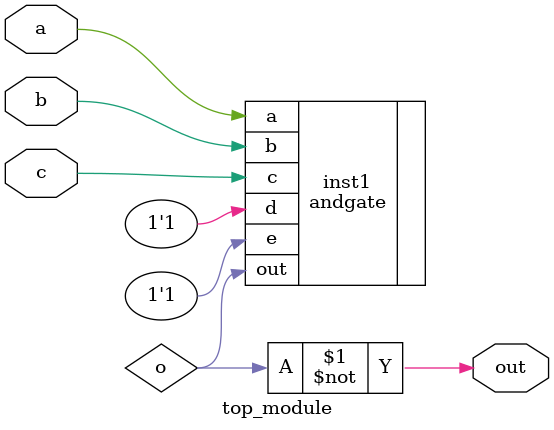
<source format=v>
module top_module (input a, input b, input c, output out);//
	
    wire o;
    assign out = ~o;
    
    andgate inst1 ( .a(a), .b(b), .c(c), .out(o), .d(1'b1), .e(1'b1));

endmodule

</source>
